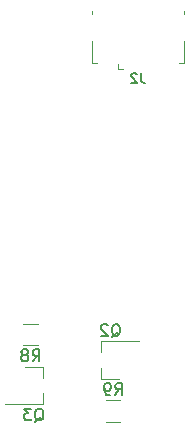
<source format=gbr>
G04 #@! TF.GenerationSoftware,KiCad,Pcbnew,5.1.5+dfsg1-2build2*
G04 #@! TF.CreationDate,2020-08-28T17:04:02+02:00*
G04 #@! TF.ProjectId,System Air,53797374-656d-4204-9169-722e6b696361,rev?*
G04 #@! TF.SameCoordinates,Original*
G04 #@! TF.FileFunction,Legend,Bot*
G04 #@! TF.FilePolarity,Positive*
%FSLAX46Y46*%
G04 Gerber Fmt 4.6, Leading zero omitted, Abs format (unit mm)*
G04 Created by KiCad (PCBNEW 5.1.5+dfsg1-2build2) date 2020-08-28 17:04:02*
%MOMM*%
%LPD*%
G04 APERTURE LIST*
%ADD10C,0.120000*%
%ADD11C,0.150000*%
G04 APERTURE END LIST*
D10*
X127840000Y-82678100D02*
X127840000Y-82228100D01*
X127840000Y-82678100D02*
X128290000Y-82678100D01*
X133440000Y-82128100D02*
X132990000Y-82128100D01*
X133440000Y-80278100D02*
X133440000Y-82128100D01*
X125640000Y-77728100D02*
X125640000Y-77978100D01*
X133440000Y-77728100D02*
X133440000Y-77978100D01*
X125640000Y-80278100D02*
X125640000Y-82128100D01*
X125640000Y-82128100D02*
X126090000Y-82128100D01*
X126464940Y-108892318D02*
X126464940Y-107962318D01*
X126464940Y-105732318D02*
X126464940Y-106662318D01*
X126464940Y-105732318D02*
X129624940Y-105732318D01*
X126464940Y-108892318D02*
X127924940Y-108892318D01*
X121478540Y-107899784D02*
X120018540Y-107899784D01*
X121478540Y-111059784D02*
X118318540Y-111059784D01*
X121478540Y-111059784D02*
X121478540Y-110129784D01*
X121478540Y-107899784D02*
X121478540Y-108829784D01*
X119866476Y-106054852D02*
X121070604Y-106054852D01*
X119866476Y-104234852D02*
X121070604Y-104234852D01*
X128077004Y-112557250D02*
X126872876Y-112557250D01*
X128077004Y-110737250D02*
X126872876Y-110737250D01*
D11*
X129806666Y-83040004D02*
X129806666Y-83611433D01*
X129844761Y-83725719D01*
X129920952Y-83801909D01*
X130035238Y-83840004D01*
X130111428Y-83840004D01*
X129463809Y-83116195D02*
X129425714Y-83078100D01*
X129349523Y-83040004D01*
X129159047Y-83040004D01*
X129082857Y-83078100D01*
X129044761Y-83116195D01*
X129006666Y-83192385D01*
X129006666Y-83268576D01*
X129044761Y-83382861D01*
X129501904Y-83840004D01*
X129006666Y-83840004D01*
X127320178Y-105359937D02*
X127415416Y-105312318D01*
X127510654Y-105217079D01*
X127653511Y-105074222D01*
X127748749Y-105026603D01*
X127843987Y-105026603D01*
X127796368Y-105264698D02*
X127891606Y-105217079D01*
X127986844Y-105121841D01*
X128034463Y-104931365D01*
X128034463Y-104598032D01*
X127986844Y-104407556D01*
X127891606Y-104312318D01*
X127796368Y-104264698D01*
X127605892Y-104264698D01*
X127510654Y-104312318D01*
X127415416Y-104407556D01*
X127367797Y-104598032D01*
X127367797Y-104931365D01*
X127415416Y-105121841D01*
X127510654Y-105217079D01*
X127605892Y-105264698D01*
X127796368Y-105264698D01*
X126986844Y-104359937D02*
X126939225Y-104312318D01*
X126843987Y-104264698D01*
X126605892Y-104264698D01*
X126510654Y-104312318D01*
X126463035Y-104359937D01*
X126415416Y-104455175D01*
X126415416Y-104550413D01*
X126463035Y-104693270D01*
X127034463Y-105264698D01*
X126415416Y-105264698D01*
X120813778Y-112527403D02*
X120909016Y-112479784D01*
X121004254Y-112384545D01*
X121147111Y-112241688D01*
X121242349Y-112194069D01*
X121337587Y-112194069D01*
X121289968Y-112432164D02*
X121385206Y-112384545D01*
X121480444Y-112289307D01*
X121528063Y-112098831D01*
X121528063Y-111765498D01*
X121480444Y-111575022D01*
X121385206Y-111479784D01*
X121289968Y-111432164D01*
X121099492Y-111432164D01*
X121004254Y-111479784D01*
X120909016Y-111575022D01*
X120861397Y-111765498D01*
X120861397Y-112098831D01*
X120909016Y-112289307D01*
X121004254Y-112384545D01*
X121099492Y-112432164D01*
X121289968Y-112432164D01*
X120528063Y-111432164D02*
X119909016Y-111432164D01*
X120242349Y-111813117D01*
X120099492Y-111813117D01*
X120004254Y-111860736D01*
X119956635Y-111908355D01*
X119909016Y-112003593D01*
X119909016Y-112241688D01*
X119956635Y-112336926D01*
X120004254Y-112384545D01*
X120099492Y-112432164D01*
X120385206Y-112432164D01*
X120480444Y-112384545D01*
X120528063Y-112336926D01*
X120635206Y-107417232D02*
X120968540Y-106941042D01*
X121206635Y-107417232D02*
X121206635Y-106417232D01*
X120825682Y-106417232D01*
X120730444Y-106464852D01*
X120682825Y-106512471D01*
X120635206Y-106607709D01*
X120635206Y-106750566D01*
X120682825Y-106845804D01*
X120730444Y-106893423D01*
X120825682Y-106941042D01*
X121206635Y-106941042D01*
X120063778Y-106845804D02*
X120159016Y-106798185D01*
X120206635Y-106750566D01*
X120254254Y-106655328D01*
X120254254Y-106607709D01*
X120206635Y-106512471D01*
X120159016Y-106464852D01*
X120063778Y-106417232D01*
X119873301Y-106417232D01*
X119778063Y-106464852D01*
X119730444Y-106512471D01*
X119682825Y-106607709D01*
X119682825Y-106655328D01*
X119730444Y-106750566D01*
X119778063Y-106798185D01*
X119873301Y-106845804D01*
X120063778Y-106845804D01*
X120159016Y-106893423D01*
X120206635Y-106941042D01*
X120254254Y-107036280D01*
X120254254Y-107226756D01*
X120206635Y-107321994D01*
X120159016Y-107369613D01*
X120063778Y-107417232D01*
X119873301Y-107417232D01*
X119778063Y-107369613D01*
X119730444Y-107321994D01*
X119682825Y-107226756D01*
X119682825Y-107036280D01*
X119730444Y-106941042D01*
X119778063Y-106893423D01*
X119873301Y-106845804D01*
X127641606Y-110279630D02*
X127974940Y-109803440D01*
X128213035Y-110279630D02*
X128213035Y-109279630D01*
X127832082Y-109279630D01*
X127736844Y-109327250D01*
X127689225Y-109374869D01*
X127641606Y-109470107D01*
X127641606Y-109612964D01*
X127689225Y-109708202D01*
X127736844Y-109755821D01*
X127832082Y-109803440D01*
X128213035Y-109803440D01*
X127165416Y-110279630D02*
X126974940Y-110279630D01*
X126879701Y-110232011D01*
X126832082Y-110184392D01*
X126736844Y-110041535D01*
X126689225Y-109851059D01*
X126689225Y-109470107D01*
X126736844Y-109374869D01*
X126784463Y-109327250D01*
X126879701Y-109279630D01*
X127070178Y-109279630D01*
X127165416Y-109327250D01*
X127213035Y-109374869D01*
X127260654Y-109470107D01*
X127260654Y-109708202D01*
X127213035Y-109803440D01*
X127165416Y-109851059D01*
X127070178Y-109898678D01*
X126879701Y-109898678D01*
X126784463Y-109851059D01*
X126736844Y-109803440D01*
X126689225Y-109708202D01*
M02*

</source>
